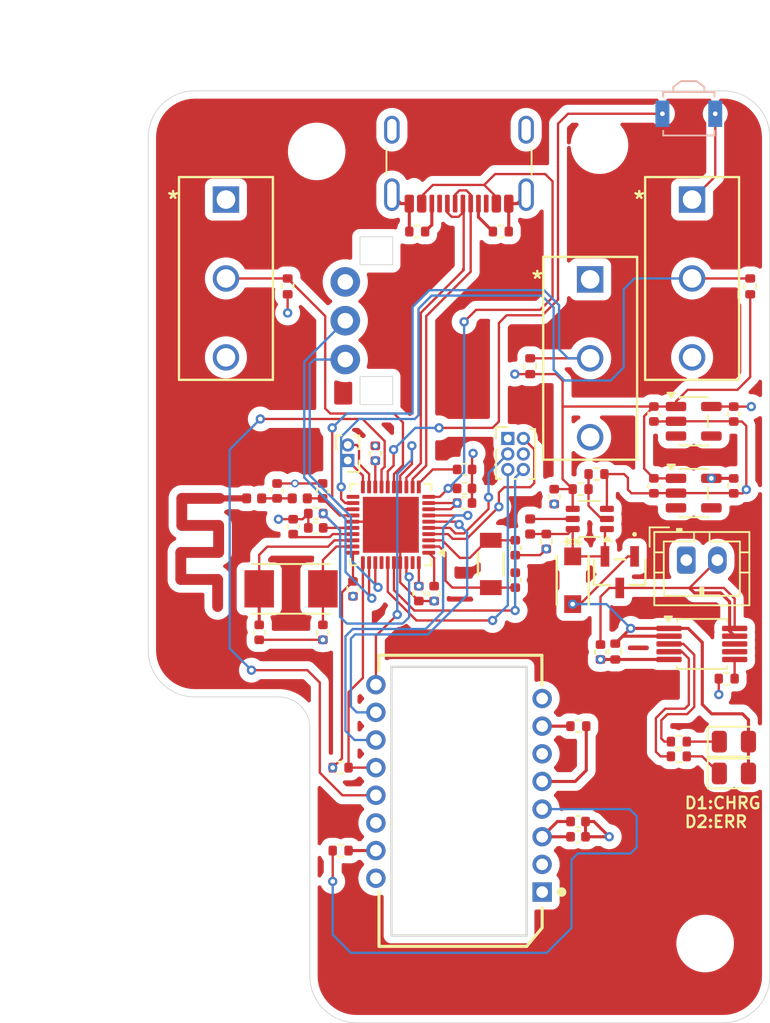
<source format=kicad_pcb>
(kicad_pcb (version 20241229) (generator "pcbnew") (generator_version "9.0")
  (layers (0 "F.Cu" signal) (4 "In1.Cu" signal) (6 "In2.Cu" signal) (2 "B.Cu" signal) (13 "F.Paste" user) (15 "B.Paste" user) (5 "F.SilkS" user "F.Silkscreen") (7 "B.SilkS" user "B.Silkscreen") (1 "F.Mask" user) (3 "B.Mask" user) (25 "Edge.Cuts" user))
  (net 0 "")
  (net 1 "B-")
  (net 2 "VDD")
  (net 3 "VBUS")
  (net 4 "Net-(U2-XL1{slash}P0.00)")
  (net 5 "Net-(U2-XL2{slash}P0.01)")
  (net 6 "Net-(U2-XC1)")
  (net 7 "Net-(U2-XC2)")
  (net 8 "ANT")
  (net 9 "Net-(C11-Pad2)")
  (net 10 "/DEC4")
  (net 11 "/DEC3")
  (net 12 "/DEC1")
  (net 13 "/DECUSB")
  (net 14 "+1V8")
  (net 15 "Net-(U4-VDDPIX)")
  (net 16 "B+")
  (net 17 "V_{OUT}")
  (net 18 "+5V")
  (net 19 "Net-(D1-K)")
  (net 20 "Net-(D2-K)")
  (net 21 "/P0.29")
  (net 22 "/P0.30")
  (net 23 "/P0.28")
  (net 24 "/D-")
  (net 25 "/D+")
  (net 26 "Net-(J1-CC1)")
  (net 27 "Net-(J1-CC2)")
  (net 28 "unconnected-(L2-Pad2)")
  (net 29 "Net-(U7-L)")
  (net 30 "/P0.18{slash}~{RESET}")
  (net 31 "/~{RESET}")
  (net 32 "/P0.08")
  (net 33 "Net-(U4-LED_P)")
  (net 34 "/P0.15")
  (net 35 "/P0.14")
  (net 36 "Net-(U1-PROG)")
  (net 37 "Net-(U1-STAT2)")
  (net 38 "Net-(U1-STAT1)")
  (net 39 "Net-(U7-FB)")
  (net 43 "/AINO{slash}P0.02")
  (net 44 "/AIN3{slash}P0.05")
  (net 45 "/P0.16")
  (net 46 "/AIN2{slash}P0.04")
  (net 47 "/P0.06")
  (net 48 "/P0.07")
  (net 49 "/SWDIO")
  (net 50 "/P0.17")
  (net 51 "/SWDCLK")
  (net 52 "/DEC5")
  (net 53 "/P0.20")
  (net 54 "/AIN1{slash}P0.03")
  (footprint "Capacitor_SMD:C_0402_1005Metric" (layer "F.Cu") (at 170.535 88.164 90)
    (property "Reference" "C2" (hide yes))
    (property "Value" "1u" (hide yes))
  )
  (footprint "Capacitor_SMD:C_0402_1005Metric" (layer "F.Cu") (at 177.715 82.639 180)
    (property "Reference" "C4" (hide yes))
    (property "Value" "100n" (hide yes))
  )
  (footprint "Footprints:MBR120VLSFT1G" (layer "F.Cu") (at 184.6758 87.6107 -90)
    (property "Reference" "CR1" (hide yes))
    (property "Value" "MBR120VLSFT1G" (hide yes))
  )
  (footprint "Capacitor_SMD:C_0402_1005Metric" (layer "F.Cu") (at 185.02 104.125 180)
    (property "Reference" "C21" (hide yes))
    (property "Value" "4.7u/10V" (hide yes))
  )
  (footprint "Capacitor_SMD:C_0402_1005Metric" (layer "F.Cu") (at 165.65 81.859 -90)
    (property "Reference" "C11" (hide yes))
    (property "Value" "1.2p" (hide yes))
  )
  (footprint "Capacitor_SMD:C_0402_1005Metric" (layer "F.Cu") (at 174.7725 88.469 90)
    (property "Reference" "C3" (hide yes))
    (property "Value" "100n" (hide yes))
  )
  (footprint "MountingHole:MountingHole_3.2mm_M3" (layer "F.Cu") (at 168.2 60)
    (property "Reference" "REF**" (hide yes))
    (property "Value" "MountingHole_3.2mm_M3" (hide yes))
  )
  (footprint "LED_SMD:LED_0805_2012Metric" (layer "F.Cu") (at 195.05 100.05)
    (property "Reference" "D2" (hide yes))
    (property "Value" "yellow" (hide yes))
  )
  (footprint "Footprints:XTAL_ABM3-32.000MHZ-D2Y-T" (layer "F.Cu") (at 166.55 88.164 180)
    (property "Reference" "Y2" (hide yes))
    (property "Value" "32M" (hide yes))
  )
  (footprint "Footprints:D2FC-F-7N" (layer "F.Cu") (at 192.36 63.1)
    (property "Reference" "SW3" (hide yes))
    (property "Value" "D2FC-F-7N20M" (hide yes))
  )
  (footprint "Capacitor_SMD:C_0402_1005Metric" (layer "F.Cu") (at 182.9758 85.114 90)
    (property "Reference" "C24" (hide yes))
    (property "Value" "10u" (hide yes))
  )
  (footprint "LED_SMD:LED_0805_2012Metric" (layer "F.Cu") (at 195.05 98)
    (property "Reference" "D1" (hide yes))
    (property "Value" "red" (hide yes))
  )
  (footprint "Resistor_SMD:R_0402_1005Metric" (layer "F.Cu") (at 185.1858 81.744)
    (property "Reference" "R13" (hide yes))
    (property "Value" "0" (hide yes))
  )
  (footprint "Capacitor_SMD:C_0402_1005Metric" (layer "F.Cu") (at 189.9 81.53 90)
    (property "Reference" "C20" (hide yes))
    (property "Value" "1u" (hide yes))
  )
  (footprint "Footprints:IRLML2244TRPBF" (layer "F.Cu") (at 187.705 87.09 180)
    (property "Reference" "U6" (hide yes))
    (property "Value" "IRLML2244TRPBF" (hide yes))
  )
  (footprint "Capacitor_SMD:C_0402_1005Metric" (layer "F.Cu") (at 166.685 84.159 -90)
    (property "Reference" "C16" (hide yes))
    (property "Value" "100p" (hide yes))
  )
  (footprint "Capacitor_SMD:C_0402_1005Metric" (layer "F.Cu") (at 177.715 81.699)
    (property "Reference" "C5" (hide yes))
    (property "Value" "4.7u" (hide yes))
  )
  (footprint "Resistor_SMD:R_0402_1005Metric" (layer "F.Cu") (at 166.33 68.69 90)
    (property "Reference" "R8" (hide yes))
    (property "Value" "10k" (hide yes))
  )
  (footprint "Resistor_SMD:R_0402_1005Metric" (layer "F.Cu") (at 196.1 68.69 90)
    (property "Reference" "R7" (hide yes))
    (property "Value" "10k" (hide yes))
  )
  (footprint "Package_TO_SOT_SMD:SOT-23-5" (layer "F.Cu") (at 192.4625 77.375)
    (property "Reference" "U3" (hide yes))
    (property "Value" "MIC5501-3.0YM5" (hide yes))
  )
  (footprint "Connector_PinHeader_1.00mm:PinHeader_2x03_P1.00mm_Vertical" (layer "F.Cu") (at 180.5 78.48)
    (property "Reference" "J5" (hide yes))
    (property "Value" "Conn_02x03_Counter_Clockwise" (hide yes))
  )
  (footprint "Capacitor_SMD:C_0402_1005Metric" (layer "F.Cu") (at 186.4658 92.2315 90)
    (property "Reference" "C23" (hide yes))
    (property "Value" "4.7u" (hide yes))
  )
  (footprint "Resistor_SMD:R_0402_1005Metric" (layer "F.Cu") (at 191.5058 98 180)
    (property "Reference" "R11" (hide yes))
    (property "Value" "510" (hide yes))
  )
  (footprint "Inductor_SMD:L_0402_1005Metric" (layer "F.Cu") (at 164.175 82.339 180)
    (property "Reference" "L2" (hide yes))
    (property "Value" "2.2n" (hide yes))
  )
  (footprint "Resistor_SMD:R_0402_1005Metric" (layer "F.Cu") (at 174.67 65.16 180)
    (property "Reference" "R2" (hide yes))
    (property "Value" "5.1k" (hide yes))
  )
  (footprint "Capacitor_SMD:C_0402_1005Metric" (layer "F.Cu") (at 180.98 85.514 90)
    (property "Reference" "C7" (hide yes))
    (property "Value" "12p" (hide yes))
  )
  (footprint "Capacitor_SMD:C_0402_1005Metric" (layer "F.Cu") (at 195.04 81.535 90)
    (property "Reference" "C19" (hide yes))
    (property "Value" "1u" (hide yes))
  )
  (footprint "Resistor_SMD:R_0402_1005Metric" (layer "F.Cu") (at 169.74 99.674)
    (property "Reference" "R5" (hide yes))
    (property "Value" "10k" (hide yes))
  )
  (footprint "Capacitor_SMD:C_0402_1005Metric" (layer "F.Cu") (at 168.58 81.859 -90)
    (property "Reference" "C10" (hide yes))
    (property "Value" "1p" (hide yes))
  )
  (footprint "Capacitor_SMD:C_0402_1005Metric" (layer "F.Cu") (at 189.9 76.905 90)
    (property "Reference" "C12" (hide yes))
    (property "Value" "1u" (hide yes))
  )
  (footprint "Capacitor_SMD:C_0402_1005Metric" (layer "F.Cu") (at 168.14 83.314)
    (property "Reference" "C14" (hide yes))
    (property "Value" "1u" (hide yes))
  )
  (footprint "Package_TO_SOT_SMD:SOT-23-5" (layer "F.Cu") (at 192.4625 82)
    (property "Reference" "U5" (hide yes))
    (property "Value" "MIC5504-1.8YM5" (hide yes))
  )
  (footprint "Resistor_SMD:R_0402_1005Metric" (layer "F.Cu") (at 181.94 73.83 90)
    (property "Reference" "R15" (hide yes))
    (property "Value" "10k" (hide yes))
  )
  (footprint "Capacitor_SMD:C_0402_1005Metric" (layer "F.Cu") (at 175.76 88.469 90)
    (property "Reference" "C17" (hide yes))
    (property "Value" "100n" (hide yes))
  )
  (footprint "Connector_PinHeader_1.00mm:PinHeader_1x02_P1.00mm_Vertical" (layer "F.Cu") (at 170.2 79.9 180)
    (property "Reference" "J3" (hide yes))
    (property "Value" "Conn_01x02_Pin" (hide yes))
  )
  (footprint "Footprints:TTC_Gold" (layer "F.Cu") (at 170.98875 70.9)
    (property "Reference" "E1" (hide yes))
    (property "Value" "~" (hide yes))
    (fp_rect (start 0 -5.4) (end 2.1 -3.6) (stroke (width 0.05)) (fill no) (layer "Edge.Cuts"))
    (fp_rect (start 0 3.6) (end 2.1 5.4) (stroke (width 0.05)) (fill no) (layer "Edge.Cuts"))
  )
  (footprint "MountingHole:MountingHole_3.2mm_M3" (layer "F.Cu") (at 193.2 111)
    (property "Reference" "REF**" (hide yes))
    (property "Value" "MountingHole_3.2mm_M3" (hide yes))
  )
  (footprint "Capacitor_SMD:C_0402_1005Metric" (layer "F.Cu") (at 195.04 76.91 90)
    (property "Reference" "C13" (hide yes))
    (property "Value" "1u" (hide yes))
  )
  (footprint "Inductor_SMD:L_0402_1005Metric" (layer "F.Cu") (at 181.9358 84.149 90)
    (property "Reference" "L3" (hide yes))
    (property "Value" "4.7u" (hide yes))
  )
  (footprint "kikit:Board" (layer "F.Cu") (at 157.36 56.1)
    (property "Reference" "B1")
    (property "Value" "Board")
  )
  (footprint "Inductor_SMD:L_0402_1005Metric" (layer "F.Cu") (at 167.11 82.339 180)
    (property "Reference" "L1" (hide yes))
    (property "Value" "4.7n" (hide yes))
  )
  (footprint "Resistor_SMD:R_0402_1005Metric" (layer "F.Cu") (at 191.5058 98.95 180)
    (property "Reference" "R10" (hide yes))
    (property "Value" "510" (hide yes))
  )
  (footprint "Capacitor_SMD:C_0402_1005Metric" (layer "F.Cu") (at 185.02 103.144 180)
    (property "Reference" "C22" (hide yes))
    (property "Value" "100n" (hide yes))
  )
  (footprint "Capacitor_SMD:C_0402_1005Metric" (layer "F.Cu") (at 168.14 84.239)
    (property "Reference" "C15" (hide yes))
    (property "Value" "NC" (hide yes))
  )
  (footprint "Footprints:PMW3360DM-T2QU" (layer "F.Cu") (at 177.36 101.517 90)
    (property "Reference" "U4" (hide yes))
    (property "Value" "PMW3360DM-T2QU" (hide yes))
    (fp_rect (start -8.968 4.35) (end 8.332 -4.35) (stroke (width 0.15)) (fill no) (layer "Edge.Cuts"))
  )
  (footprint "Capacitor_SMD:C_0402_1005Metric" (layer "F.Cu") (at 171.9725 79.434 -90)
    (property "Reference" "C1" (hide yes))
    (property "Value" "4.7u" (hide yes))
  )
  (footprint "Package_DFN_QFN:QFN-40-1EP_5x5mm_P0.4mm_EP3.6x3.6mm" (layer "F.Cu") (at 172.9725 84.039 180)
    (property "Reference" "U2" (hide yes))
    (property "Value" "nRF52820-QDxx" (hide yes))
  )
  (footprint "Resistor_SMD:R_0402_1005Metric" (layer "F.Cu") (at 194.5858 93.944 180)
    (property "Reference" "R9" (hide yes))
    (property "Value" "4k" (hide yes))
  )
  (footprint "Capacitor_SMD:C_0402_1005Metric" (layer "F.Cu") (at 183.4858 82.224 90)
    (property "Reference" "C25" (hide yes))
    (property "Value" "10u" (hide yes))
  )
  (footprint "Capacitor_SMD:C_0402_1005Metric" (layer "F.Cu") (at 168.6 90.964 -90)
    (property "Reference" "C9" (hide yes))
    (property "Value" "12p" (hide yes))
  )
  (footprint "Footprints:CAP_ABS07-32.768KHZ-T_ABR" (layer "F.Cu") (at 179.405 86.562001 -90)
    (property "Reference" "Y1" (hide yes))
    (property "Value" "32.768k" (hide yes))
  )
  (footprint "Connector_JST:JST_PH_B2B-PH-K_1x02_P2.00mm_Vertical" (layer "F.Cu") (at 191.9858 86.314)
    (property "Reference" "J2" (hide yes))
    (property "Value" "Conn_01x02_Pin" (hide yes))
  )
  (footprint "Capacitor_SMD:C_0402_1005Metric" (layer "F.Cu") (at 164.5 90.964 -90)
    (property "Reference" "C8" (hide yes))
    (property "Value" "12p" (hide yes))
  )
  (footprint "Capacitor_SMD:C_0402_1005Metric" (layer "F.Cu") (at 180.98 87.605002 -90)
    (property "Reference" "C6" (hide yes))
    (property "Value" "12p" (hide yes))
  )
  (footprint "Footprints:D2FC-F-7N" (layer "F.Cu") (at 185.8 68.24)
    (property "Reference" "SW4" (hide yes))
    (property "Value" "D2FC-F-7N20M" (hide yes))
  )
  (footprint "Package_TO_SOT_SMD:Texas_R-PDSO-G6" (layer "F.Cu") (at 185.7758 83.664 180)
    (property "Reference" "U7" (hide yes))
    (property "Value" "TPS61222DCK" (hide yes))
  )
  (footprint "MountingHole:MountingHole_3.2mm_M3" (layer "F.Cu") (at 186.4 59.6)
    (property "Reference" "REF**" (hide yes))
    (property "Value" "MountingHole_3.2mm_M3" (hide yes))
  )
  (footprint "Resistor_SMD:R_0402_1005Metric" (layer "F.Cu") (at 169.74 105.015)
    (property "Reference" "R6" (hide yes))
    (property "Value" "39" (hide yes))
  )
  (footprint "Capacitor_SMD:C_0402_1005Metric" (layer "F.Cu") (at 177.72 80.475 180)
    (property "Reference" "C18" (hide yes))
    (property "Value" "4.7u" (hide yes))
  )
  (footprint "Connector_USB:USB_C_Receptacle_GCT_USB4105-xx-A_16P_TopMnt_Horizontal" (layer "F.Cu") (at 177.36 59.68 180)
    (property "Reference" "J1" (hide yes))
    (property "Value" "USB_C_Receptacle_USB2.0_16P" (hide yes))
  )
  (footprint "Resistor_SMD:R_0402_1005Metric" (layer "F.Cu") (at 187.4158 92.2015 90)
    (property "Reference" "R12" (hide yes))
    (property "Value" "100k" (hide yes))
  )
  (footprint "Footprints:D2FC-F-7N" (layer "F.Cu") (at 162.36 63.1)
    (property "Reference" "SW2" (hide yes))
    (property "Value" "D2FC-F-7N20M" (hide yes))
  )
  (footprint "Resistor_SMD:R_0402_1005Metric" (layer "F.Cu") (at 186.2058 80.774)
    (property "Reference" "R14" (hide yes))
    (property "Value" "0" (hide yes))
  )
  (footprint "Package_SO:MSOP-10_3x3mm_P0.5mm" (layer "F.Cu") (at 192.9883 91.7115)
    (property "Reference" "U1" (hide yes))
    (property "Value" "MCP73833-xxx-UN" (hide yes))
  )
  (footprint "LOGO" (layer "F.Cu") (at 186.6 110 90)
    (property "Reference" "G***" (hide yes))
    (property "Value" "LOGO" (hide yes))
  )
  (footprint "Resistor_SMD:R_0402_1005Metric" (layer "F.Cu") (at 180.05 65.16)
    (property "Reference" "R1" (hide yes))
    (property "Value" "5.1k" (hide yes))
  )
  (footprint "Resistor_SMD:R_0402_1005Metric" (layer "F.Cu") (at 185.04 97.004)
    (property "Reference" "R4" (hide yes))
    (property "Value" "10k" (hide yes))
  )
  (footprint "Button_Switch_SMD:SW_SPST_B3U-3000P" (layer "B.Cu") (at 192.15 57.575 180)
    (property "Reference" "SW6" (hide yes))
    (property "Value" "SW_Push" (hide yes))
  )
  (gr_arc (start 170.76 116.1) (mid 168.63868 115.22132) (end 167.76 113.1) (stroke (width 0.05)) (layer "Edge.Cuts"))
  (gr_line (start 167.76 113.1) (end 167.76 97.12) (stroke (width 0.05)) (layer "Edge.Cuts"))
  (gr_line (start 170.76 116.1) (end 194.36 116.1) (stroke (width 0.05)) (layer "Edge.Cuts"))
  (gr_arc (start 194.36 56.1) (mid 196.48132 56.97868) (end 197.36 59.1) (stroke (width 0.05)) (layer "Edge.Cuts"))
  (gr_arc (start 165.76 95.12) (mid 167.174214 95.705786) (end 167.76 97.12) (stroke (width 0.05)) (layer "Edge.Cuts"))
  (gr_line (start 197.36 113.1) (end 197.36 59.1) (stroke (width 0.05)) (layer "Edge.Cuts"))
  (gr_arc (start 160.36 95.12) (mid 158.23868 94.24132) (end 157.36 92.12) (stroke (width 0.05)) (layer "Edge.Cuts"))
  (gr_line (start 160.36 95.12) (end 165.76 95.12) (stroke (width 0.05)) (layer "Edge.Cuts"))
  (gr_line (start 157.36 92.12) (end 157.36 59.1) (stroke (width 0.05)) (layer "Edge.Cuts"))
  (gr_arc (start 157.36 59.1) (mid 158.23868 56.97868) (end 160.36 56.1) (stroke (width 0.05)) (layer "Edge.Cuts"))
  (gr_line (start 160.36 56.1) (end 194.36 56.1) (stroke (width 0.05)) (layer "Edge.Cuts"))
  (gr_arc (start 197.36 113.1) (mid 196.48132 115.22132) (end 194.36 116.1) (stroke (width 0.05)) (layer "Edge.Cuts"))
  (gr_text "D1:CHRG\nD2:ERR" (at 191.8 103.6 0) (layer "F.SilkS") (effects (font (size 0.75 0.75) (thickness 0.15) (bold yes)) (justify left bottom)))
  (segment (start 165.65 81.379) (end 166.8 81.379) (width 0.15) (layer "F.Cu") (net 1))
  (segment (start 172.7725 83.839) (end 172.9725 84.039) (width 0.15) (layer "F.Cu") (net 1))
  (segment (start 164.5 91.444) (end 168.6 91.444) (width 0.15) (layer "F.Cu") (net 1))
  (segment (start 174.7725 88.949) (end 175.76 88.949) (width 0.15) (layer "F.Cu") (net 1))
  (segment (start 165.741 83.679) (end 165.74 83.68) (width 0.15) (layer "F.Cu") (net 1))
  (segment (start 185.5 103.144) (end 186.044 103.144) (width 0.2) (layer "F.Cu") (net 1))
  (segment (start 166.8 81.379) (end 168.58 81.379) (width 0.15) (layer "F.Cu") (net 1))
  (segment (start 191.325 82) (end 189.91 82) (width 0.15) (layer "F.Cu") (net 1))
  (segment (start 189.9 77.385) (end 191.315 77.385) (width 0.15) (layer "F.Cu") (net 1))
  (segment (start 180.56 63.36) (end 181.105 63.36) (width 0.2) (layer "F.Cu") (net 1))
  (segment (start 186.8758 80.934) (end 186.7158 80.774) (width 0.15) (layer "F.Cu") (net 1))
  (segment (start 174.16 63.36) (end 173.615 63.36) (width 0.2) (layer "F.Cu") (net 1))
  (segment (start 182.5758 85.994) (end 182.9758 85.594) (width 0.15) (layer "F.Cu") (net 1))
  (segment (start 195.85 81.775) (end 195.61 82.015) (width 0.15) (layer "F.Cu") (net 1))
  (segment (start 186.4658 92.7115) (end 187.4158 92.7115) (width 0.2) (layer "F.Cu") (net 1))
  (segment (start 173.615 63.36) (end 173.04 62.785) (width 0.2) (layer "F.Cu") (net 1))
  (segment (start 193.85 61.61) (end 192.36 63.1) (width 0.15) (layer "F.Cu") (net 1))
  (segment (start 178.26 82.704) (end 178.195 82.639) (width 0.15) (layer "F.Cu") (net 1))
  (segment (start 168.0005 81.379) (end 168 81.3785) (width 0.15) (layer "F.Cu") (net 1))
  (segment (start 195.04 77.39) (end 195.565 77.39) (width 0.15) (layer "F.Cu") (net 1))
  (segment (start 178.195 80.48) (end 178.2 80.475) (width 0.15) (layer "F.Cu") (net 1))
  (segment (start 180.56 63.36) (end 180.56 65.16) (width 0.2) (layer "F.Cu") (net 1))
  (segment (start 185.5 104.125) (end 187.025 104.125) (width 0.2) (layer "F.Cu") (net 1))
  (segment (start 189.91 82) (end 189.9 82.01) (width 0.15) (layer "F.Cu") (net 1))
  (segment (start 173.5725 86.4765) (end 173.5725 84.639) (width 0.15) (layer "F.Cu") (net 1))
  (segment (start 173.5725 87.749) (end 174.7725 88.949) (width 0.15) (layer "F.Cu") (net 1))
  (segment (start 167.66 83.314) (end 167.66 84.239) (width 0.15) (layer "F.Cu") (net 1))
  (segment (start 191.325 82) (end 195.025 82) (width 0.15) (layer "F.Cu") (net 1))
  (segment (start 167.295 83.679) (end 167.66 83.314) (width 0.15) (layer "F.Cu") (net 1))
  (segment (start 174.16 63.36) (end 174.16 65.16) (width 0.2) (layer "F.Cu") (net 1))
  (segment (start 195.85 77.675) (end 195.85 81.775) (width 0.15) (layer "F.Cu") (net 1))
  (segment (start 188.23 81.02) (end 188.23 81.78) (width 0.15) (layer "F.Cu") (net 1))
  (segment (start 194.0758 94.9658) (end 194.08 94.97) (width 0.15) (layer "F.Cu") (net 1))
  (segment (start 194.0758 93.944) (end 194.0758 94.9658) (width 0.15) (layer "F.Cu") (net 1))
  (segment (start 191.325 77.375) (end 195.025 77.375) (width 0.15) (layer "F.Cu") (net 1))
  (segment (start 173.5725 86.4765) (end 173.5725 87.749) (width 0.15) (layer "F.Cu") (net 1))
  (segment (start 187.4158 92.7115) (end 190.8758 92.7115) (width 0.2) (layer "F.Cu") (net 1))
  (segment (start 186.7158 80.774) (end 187.984 80.774) (width 0.15) (layer "F.Cu") (net 1))
  (segment (start 178.2 79.505) (end 178.265 79.44) (width 0.15) (layer "F.Cu") (net 1))
  (segment (start 166.685 83.679) (end 165.741 83.679) (width 0.15) (layer "F.Cu") (net 1))
  (segment (start 170.535 83.839) (end 172.7725 83.839) (width 0.15) (layer "F.Cu") (net 1))
  (segment (start 173.5725 84.639) (end 172.9725 84.039) (width 0.15) (layer "F.Cu") (net 1))
  (segment (start 178.2 80.475) (end 178.2 79.505) (width 0.15) (layer "F.Cu") (net 1))
  (segment (start 180.98 85.994) (end 182.5758 85.994) (width 0.15) (layer "F.Cu") (net 1))
  (segment (start 185.5 103.144) (end 185.5 104.125) (width 0.2) (layer "F.Cu") (net 1))
  (segment (start 195.025 77.375) (end 195.04 77.39) (width 0.15) (layer "F.Cu") (net 1))
  (segment (start 188.46 82.01) (end 189.9 82.01) (width 0.15) (layer "F.Cu") (net 1))
  (segment (start 186.8758 83.014) (end 186.8758 80.934) (width 0.15) (layer "F.Cu") (net 1))
  (segment (start 178.195 82.639) (end 178.195 80.48) (width 0.15) (layer "F.Cu") (net 1))
  (segment (start 195.025 82) (end 195.04 82.015) (width 0.15) (layer "F.Cu") (net 1))
  (segment (start 195.565 77.39) (end 195.85 77.675) (width 0.15) (layer "F.Cu") (net 1))
  (segment (start 191.315 77.385) (end 191.325 77.375) (width 0.15) (layer "F.Cu") (net 1))
  (segment (start 180.98 85.994) (end 180.98 87.125002) (width 0.15) (layer "F.Cu") (net 1))
  (segment (start 188.23 81.78) (end 188.46 82.01) (width 0.15) (layer "F.Cu") (net 1))
  (segment (start 193.85 57.575) (end 193.85 61.61) (width 0.15) (layer "F.Cu") (net 1))
  (segment (start 181.105 63.36) (end 181.68 62.785) (width 0.2) (layer "F.Cu") (net 1))
  (segment (start 166.685 83.679) (end 167.295 83.679) (width 0.15) (layer "F.Cu") (net 1))
  (segment (start 195.61 82.015) (end 195.04 82.015) (width 0.15) (layer "F.Cu") (net 1))
  (segment (start 187.984 80.774) (end 188.23 81.02) (width 0.15) (layer "F.Cu") (net 1))
  (segment (start 186.044 103.144) (end 187.025 104.125) (width 0.2) (layer "F.Cu") (net 1))
  (via (at 168.6 91.444) (size 0.6) (drill 0.3) (layers "F.Cu" "B.Cu") (net 1))
  (via (at 183.4858 82.704) (size 0.6) (drill 0.3) (layers "F.Cu" "B.Cu") (net 1))
  (via (at 178.265 79.44) (size 0.6) (drill 0.3) (layers "F.Cu" "B.Cu") (net 1))
  (via (at 187.025 104.125) (size 0.6) (drill 0.3) (layers "F.Cu" "B.Cu") (net 1))
  (via (at 186.4658 92.7115) (size 0.6) (drill 0.3) (layers "F.Cu" "B.Cu") (net 1))
  (via (at 182.9758 85.594) (size 0.6) (drill 0.3) (layers "F.Cu" "B.Cu") (net 1))
  (via (at 166.8 81.379) (size 0.5) (drill 0.3) (layers "F.Cu" "B.Cu") (net 1))
  (via (at 195.85 81.775) (size 0.6) (drill 0.3) (layers "F.Cu" "B.Cu") (net 1))
  (via (at 165.74 83.68) (size 0.6) (drill 0.3) (layers "F.Cu" "B.Cu") (net 1))
  (via (at 194.08 94.97) (size 0.6) (drill 0.3) (layers "F.Cu" "B.Cu") (net 1))
  (via (at 171.9725 78.954) (size 0.5) (drill 0.3) (layers "F.Cu" "B.Cu") (net 1))
  (via (at 175.76 88.949) (size 0.6) (drill 0.3) (layers "F.Cu" "B.Cu") (net 1))
  (via (at 193.85 57.575) (size 0.6) (drill 0.3) (layers "F.Cu" "B.Cu") (net 1))
  (via (at 170.535 88.644) (size 0.6) (drill 0.3) (layers "F.Cu" "B.Cu") (net 1))
  (segment (start 184.835 100.565) (end 182.71 100.565) (width 0.2) (layer "F.Cu") (net 2))
  (segment (start 169.826 88.393) (end 170.535 87.684) (width 0.15) (layer "F.Cu") (net 2))
  (segment (start 169.826 99.078) (end 169.826 88.393) (width 0.15) (layer "F.Cu") (net 2))
  (segment (start 193.6 76.425) (end 195.035 76.425) (width 0.15) (layer "F.Cu") (net 2))
  (segment (start 195.035 76.425) (end 195.04 76.43) (width 0.15) (layer "F.Cu") (net 2))
  (segment (start 175.41 82.639) (end 177.235 82.639) (width 0.15) (layer "F.Cu") (net 2))
  (segment (start 195.04 76.43) (end 196.17 76.43) (width 0.15) (layer "F.Cu") (net 2))
  (segment (start 174.7725 86.4765) (end 174.7725 87.989) (width 0.15) (layer "F.Cu") (net 2))
  (segment (start 185.55 97.004) (end 185.55 99.85) (width 0.2) (layer "F.Cu") (net 2))
  (segment (start 170.535 85.839) (end 170.535 87.684) (width 0.15) (layer "F.Cu") (net 2))
  (segment (start 169.23 99.674) (end 169.826 99.078) (width 0.15) (layer "F.Cu") (net 2))
  (segment (start 171.9725 79.914) (end 171.9725 81.6015) (width 0.15) (layer "F.Cu") (net 2))
  (segment (start 175.41 83.039) (end 176.835 83.039) (width 0.15) (layer "F.Cu") (net 2))
  (segment (start 185.55 99.85) (end 184.835 100.565) (width 0.2) (layer "F.Cu") (net 2))
  (segment (start 176.835 83.039) (end 177.235 82.639) (width 0.15) (layer "F.Cu") (net 2))
  (via (at 196.17 76.43) (size 0.6) (drill 0.3) (layers "F.Cu" "B.Cu") (net 2))
  (via (at 171.9725 79.914) (size 0.6) (drill 0.3) (layers "F.Cu" "B.Cu") (net 2))
  (via (at 177.235 82.639) (size 0.6) (drill 0.3) (layers "F.Cu" "B.Cu") (net 2))
  (via (at 169.23 99.674) (size 0.6) (drill 0.3) (layers "F.Cu" "B.Cu") (net 2))
  (via (at 174.7725 87.989) (size 0.6) (drill 0.3) (layers "F.Cu" "B.Cu") (net 2))
  (segment (start 178.46 70.2) (end 182.58 70.2) (width 0.15) (layer "F.Cu") (net 3))
  (segment (start 187.4158 91.6915) (end 187.8958 91.2115) (width 0.2) (layer "F.Cu") (net 3))
  (segment (start 193.015 95.605) (end 193.62 96.21) (width 0.2) (layer "F.Cu") (net 3))
  (segment (start 188.2281 86.074) (end 185.1547 89.1474) (width 0.15) (layer "F.Cu") (net 3))
  (segment (start 195.9875 96.5975) (end 195.9875 98) (width 0.2) (layer "F.Cu") (net 3))
  (segment (start 179.680468 61.459) (end 178.981468 62.158) (width 0.15) (layer "F.Cu") (net 3))
  (segment (start 175.682 62.158) (end 178.981468 62.158) (width 0.15) (layer "F.Cu") (net 3))
  (segment (start 195.9875 98) (end 195.9875 100.05) (width 0.2) (layer "F.Cu") (net 3))
  (segment (start 193.62 96.21) (end 195.6 96.21) (width 0.2) (layer "F.Cu") (net 3))
  (segment (start 192.1115 90.7115) (end 193.015 91.615) (width 0.2) (layer "F.Cu") (net 3))
  (segment (start 177.69 70.97) (end 178.46 70.2) (width 0.15) (layer "F.Cu") (net 3))
  (segment (start 179.76 62.936532) (end 179.76 63.36) (width 0.15) (layer "F.Cu") (net 3))
  (segment (start 193.015 91.615) (end 193.015 95.605) (width 0.2) (layer "F.Cu") (net 3))
  (segment (start 188.6575 86.074) (end 188.2281 86.074) (width 0.15) (layer "F.Cu") (net 3))
  (segment (start 182.909 61.459) (end 179.680468 61.459) (width 0.15) (layer "F.Cu") (net 3))
  (segment (start 175.41 82.239) (end 176.121 82.239) (width 0.15) (layer "F.Cu") (net 3))
  (segment (start 178.981468 62.158) (end 179.76 62.936532) (width 0.15) (layer "F.Cu") (net 3))
  (segment (start 183.38 69.4) (end 183.38 61.93) (width 0.15) (layer "F.Cu") (net 3))
  (segment (start 193.015 91.615) (end 192.955 91.555) (width 0.2) (layer "F.Cu") (net 3))
  (segment (start 177.235 81.699) (end 176.661 81.699) (width 0.15) (layer "F.Cu") (net 3))
  (segment (start 183.38 61.93) (end 182.909 61.459) (width 0.15) (layer "F.Cu") (net 3))
  (segment (start 182.58 70.2) (end 183.38 69.4) (width 0.15) (layer "F.Cu") (net 3))
  (segment (start 190.8758 90.7115) (end 188.41 90.7115) (width 0.2) (layer "F.Cu") (net 3))
  (segment (start 176.121 82.239) (end 176.661 81.699) (width 0.15) (layer "F.Cu") (net 3))
  (segment (start 174.96 62.88) (end 175.682 62.158) (width 0.15) (layer "F.Cu") (net 3))
  (segment (start 188.41 90.7115) (end 188.3958 90.7115) (width 0.2) (layer "F.Cu") (net 3))
  (segment (start 190.8758 90.7115) (end 192.1115 90.7115) (width 0.2) (layer "F.Cu") (net 3))
  (segment (start 185.1547 89.1474) (end 184.6758 89.1474) (width 0.15) (layer "F.Cu") (net 3))
  (segment (start 187.8958 91.2115) (end 190.8758 91.2115) (width 0.2) (layer "F.Cu") (net 3))
  (segment (start 195.6 96.21) (end 195.9875 96.5975) (width 0.2) (layer "F.Cu") (net 3))
  (segment (start 174.96 63.36) (end 174.96 62.88) (width 0.15) (layer "F.Cu") (net 3))
  (segment (start 188.3958 90.7115) (end 187.8958 91.2115) (width 0.2) (layer "F.Cu") (net 3))
  (via (at 184.6758 89.1474) (size 0.6) (drill 0.3) (layers "F.Cu" "B.Cu") (net 3))
  (via (at 188.41 90.7115) (size 0.6) (drill 0.3) (layers "F.Cu" "B.Cu") (net 3))
  (via (at 176.661 81.699) (size 0.6) (drill 0.3) (layers "F.Cu" "B.Cu") (net 3))
  (via (at 177.69 70.97) (size 0.6) (drill 0.3) (layers "F.Cu" "B.Cu") (net 3))
  (segment (start 177.69 80.67) (end 176.661 81.699) (width 0.15) (layer "B.Cu") (net 3))
  (segment (start 177.69 70.97) (end 177.69 80.67) (width 0.15) (layer "B.Cu") (net 3))
  (segment (start 186.8459 89.1474) (end 188.41 90.7115) (width 0.15) (layer "B.Cu") (net 3))
  (segment (start 184.6758 89.1474) (end 186.8459 89.1474) (width 0.15) (layer "B.Cu") (net 3))
  (segment (start 180.98 88.085002) (end 179.405 88.085002) (width 0.15) (layer "F.Cu") (net 4))
  (segment (start 176.49 85.84) (end 176.49 87.64) (width 0.15) (layer "F.Cu") (net 4))
  (segment (start 176.935002 88.085002) (end 179.405 88.085002) (width 0.15) (layer "F.Cu") (net 4))
  (segment (start 176.49 87.64) (end 176.935002 88.085002) (width 0.15) (layer "F.Cu") (net 4))
  (segment (start 176.089 85.439) (end 176.49 85.84) (width 0.15) (layer "F.Cu") (net 4))
  (segment (start 175.41 85.439) (end 176.089 85.439) (width 0.15) (layer "F.Cu") (net 4))
  (segment (start 179.18322 85.039) (end 179.405 85.039) (width 0.15) (layer "F.Cu") (net 5))
  (segment (start 176.279 85.039) (end 177.41 86.17) (width 0.15) (layer "F.Cu") (net 5))
  (segment (start 180.005 85.039) (end 180.01 85.034) (width 0.15) (layer "F.Cu") (net 5))
  (segment (start 177.41 86.17) (end 178.05222 86.17) (width 0.15) (layer "F.Cu") (net 5))
  (segment (start 175.41 85.039) (end 176.279 85.039) (width 0.15) (layer "F.Cu") (net 5))
  (segment (start 180.975 85.039) (end 180.98 85.034) (width 0.15) (layer "F.Cu") (net 5))
  (segment (start 178.05222 86.17) (end 179.18322 85.039) (width 0.15) (layer "F.Cu") (net 5))
  (segment (start 179.405 85.039) (end 180.975 85.039) (width 0.15) (layer "F.Cu") (net 5))
  (segment (start 165.02 85.45) (end 168.93 85.45) (width 0.15) (layer "F.Cu") (net 6))
  (segment (start 164.5 88.164) (end 164.5 85.97) (width 0.15) (layer "F.Cu") (net 6))
  (segment (start 164.5 90.484) (end 164.5 88.164) (width 0.2) (layer "F.Cu") (net 6))
  (segment (start 164.5 85.97) (end 165.02 85.45) (width 0.15) (layer "F.Cu") (net 6))
  (segment (start 168.93 85.45) (end 169.341 85.039) (width 0.15) (layer "F.Cu") (net 6))
  (segment (start 169.341 85.039) (end 170.535 85.039) (width 0.15) (layer "F.Cu") (net 6))
  (segment (start 168.6 86.31) (end 169.471 85.439) (width 0.15) (layer "F.Cu") (net 7))
  (segment (start 168.6 88.164) (end 168.6 90.484) (width 0.15) (layer "F.Cu") (net 7))
  (segment (start 169.471 85.439) (end 170.535 85.439) (width 0.15) (layer "F.Cu") (net 7))
  (segment (start 168.6 88.164) (end 168.6 86.31) (width 0.15) (layer "F.Cu") (net 7))
  (segment (start 168.58 82.339) (end 167.595 82.339) (width 0.15) (layer "F.Cu") (net 8))
  (segment (start 169.68 83.439) (end 170.535 83.439) (width 0.15) (layer "F.Cu") (net 8))
  (segment (start 168.58 82.339) (end 169.68 83.439) (width 0.15) (layer "F.Cu") (net 8))
  (segment (start 164.66 82.339) (end 166.625 82.339) (width 0.15) (layer "F.Cu") (net 9))
  (segment (start 168.62 84.239) (end 170.535 84.239) (width 0.15) (layer "F.Cu") (net 10))
  (segment (start 169.545 84.239) (end 170.535 84.239) (width 0.15) (layer "F.Cu") (net 10))
  (segment (start 173.9725 87.220025) (end 174.1475 87.395025) (width 0.15) (layer "F.Cu") (net 10))
  (segment (start 168.62 83.314) (end 169.545 84.239) (width 0.15) (layer "F.Cu") (net 10))
  (segment (start 173.9725 86.4765) (end 173.9725 87.220025) (width 0.15) (layer "F.Cu") (net 10))
  (via (at 168.62 83.314) (size 0.6) (drill 0.3) (layers "F.Cu" "B.Cu") (net 10))
  (via (at 174.1475 87.395025) (size 0.6) (drill 0.3) (layers "F.Cu" "B.Cu") (net 10))
  (segment (start 169.706 84.4) (end 168.62 83.314) (width 0.15) (layer "B.Cu") (net 10))
  (segment (start 173.742 90.398) (end 170.138 90.398) (width 0.15) (layer "B.Cu") (net 10))
  (segment (start 174.1475 87.395025) (end 174.1475 89.9925) (width 0.15) (layer "B.Cu") (net 10))
  (segment (start 174.1475 89.9925) (end 173.742 90.398) (width 0.15) (layer "B.Cu") (net 10))
  (segment (start 169.706 89.966) (end 169.706 84.4) (width 0.15) (layer "B.Cu") (net 10))
  (segment (start 170.138 90.398) (end 169.706 89.966) (width 0.15) (layer "B.Cu") (net 10))
  (segment (start 166.685 84.639) (end 166.880556 84.834556) (width 0.15) (layer "F.Cu") (net 11))
  (segment (start 166.880556 84.834556) (end 169.035444 84.834556) (width 0.15) (layer "F.Cu") (net 11))
  (segment (start 169.035444 84.834556) (end 169.231 84.639) (width 0.15) (layer "F.Cu") (net 11))
  (segment (start 169.231 84.639) (end 170.535 84.639) (width 0.15) (layer "F.Cu") (net 11))
  (segment (start 175.76 87.989) (end 175.76 86.189) (width 0.15) (layer "F.Cu") (net 12))
  (segment (start 175.76 86.189) (end 175.41 85.839) (width 0.15) (layer "F.Cu") (net 12))
  (segment (start 174.7725 81.6015) (end 174.7725 81.3775) (width 0.15) (layer "F.Cu") (net 13))
  (segment (start 175.675 80.475) (end 177.24 80.475) (width 0.15) (layer "F.Cu") (net 13))
  (segment (start 174.7725 81.3775) (end 175.675 80.475) (width 0.15) (layer "F.Cu") (net 13))
  (segment (start 169.23 105.015) (end 169.23 107) (width 0.15) (layer "F.Cu") (net 14))
  (segment (start 193.6 81.05) (end 195.035 81.05) (width 0.2) (layer "F.Cu") (net 14))
  (segment (start 195.035 81.05) (end 195.04 81.055) (width 0.2) (layer "F.Cu") (net 14))
  (via (at 193.6 81.05) (size 0.6) (drill 0.3) (layers "F.Cu" "B.Cu") (net 14))
  (via (at 169.23 107) (size 0.6) (drill 0.3) (layers "F.Cu" "B.Cu") (net 14))
  (segment (start 169.23 107) (end 169.23 110.43) (width 0.15) (layer "B.Cu") (net 14))
  (segment (start 188.8 102.8) (end 188.345 102.345) (width 0.15) (layer "B.Cu") (net 14))
  (segment (start 170.4 111.6) (end 183 111.6) (width 0.15) (layer "B.Cu") (net 14))
  (segment (start 188.8 104.8) (end 188.8 102.8) (width 0.15) (layer "B.Cu") (net 14))
  (segment (start 188.345 102.345) (end 182.71 102.345) (width 0.15) (layer "B.Cu") (net 14))
  (segment (start 183 111.6) (end 184.6 110) (width 0.15) (layer "B.Cu") (net 14))
  (segment (start 188.4 105.2) (end 188.8 104.8) (width 0.15) (layer "B.Cu") (net 14))
  (segment (start 184.6 105.6) (end 185 105.2) (width 0.15) (layer "B.Cu") (net 14))
  (segment (start 184.6 110) (end 184.6 105.6) (width 0.15) (layer "B.Cu") (net 14))
  (segment (start 185 105.2) (end 188.4 105.2) (width 0.15) (layer "B.Cu") (net 14))
  (segment (start 169.23 110.43) (end 170.4 111.6) (width 0.15) (layer "B.Cu") (net 14))
  (segment (start 183.691 103.144) (end 184.54 103.144) (width 0.2) (layer "F.Cu") (net 15))
  (segment (start 182.71 104.125) (end 183.691 103.144) (width 0.2) (layer "F.Cu") (net 15))
  (segment (start 182.71 104.125) (end 184.54 104.125) (width 0.2) (layer "F.Cu") (net 15))
  (segment (start 194.775 90.8857) (end 194.775 89) (width 0.2) (layer "F.Cu") (net 16))
  (segment (start 195.1008 91.2115) (end 194.775 90.8857) (width 0.2) (layer "F.Cu") (net 16))
  (segment (start 187.034 88.106) (end 186.4658 88.6742) (width 0.15) (layer "F.Cu") (net 16))
  (segment (start 192.1938 88.106) (end 194.406 88.106) (width 0.15) (layer "F.Cu") (net 16))
  (segment (start 194.406 88.106) (end 195.1008 88.8008) (width 0.15) (layer "F.Cu") (net 16))
  (segment (start 195.1008 88.8008) (end 195.1008 90.7115) (width 0.15) (layer "F.Cu") (net 16))
  (segment (start 187.705 88.106) (end 187.034 88.106) (width 0.15) (layer "F.Cu") (net 16))
  (segment (start 194.775 89) (end 194.2 88.425) (width 0.2) (layer "F.Cu") (net 16))
  (segment (start 192.1938 88.106) (end 193.9858 86.314) (width 0.15) (layer "F.Cu") (net 16))
  (segment (start 194.2 88.425) (end 192.5128 88.425) (width 0.2) (layer "F.Cu") (net 16))
  (segment (start 187.705 88.106) (end 192.1938 88.106) (width 0.15) (layer "F.Cu") (net 16))
  (segment (start 186.4658 88.6742) (end 186.4658 91.7515) (width 0.15) (layer "F.Cu") (net 16))
  (segment (start 192.5128 88.425) (end 192.1938 88.106) (width 0.2) (layer "F.Cu") (net 16))
  (segment (start 186.7525 86.074) (end 184.6758 86.074) (width 0.15) (layer "F.Cu") (net 17))
  (segment (start 186.7525 86.074) (end 186.7525 84.4373) (width 0.15) (layer "F.Cu") (net 17))
  (segment (start 181.9358 84.634) (end 182.9758 84.634) (width 0.15) (layer "F.Cu") (net 17))
  (segment (start 186.7525 84.4373) (end 186.8758 84.314) (width 0.15) (layer "F.Cu") (net 17))
  (segment (start 182.9758 84.634) (end 184.3558 84.634) (width 0.15) (layer "F.Cu") (net 17))
  (segment (start 184.6758 84.314) (end 184.6758 86.074) (width 0.15) (layer "F.Cu") (net 17))
  (segment (start 184.3558 84.634) (end 184.6758 84.314) (width 0.15) (layer "F.Cu") (net 17))
  (segment (start 181.94 74.34) (end 180.95 74.34) (width 0.15) (layer "F.Cu") (net 18))
  (segment (start 184.6758 83.014) (end 184.6758 81.744) (width 0.15) (layer "F.Cu") (net 18))
  (segment (start 189.9 76.425) (end 191.325 76.425) (width 0.15) (layer "F.Cu") (net 18))
  (segment (start 189.9 76.425) (end 189.275 77.05) (width 0.15) (layer "F.Cu") (net 18))
  (segment (start 184.025 74.755) (end 184.025 76.425) (width 0.15) (layer "F.Cu") (net 18))
  (segment (start 166.33 69.2) (end 166.33 70.4) (width 0.15) (layer "F.Cu") (net 18))
  (segment (start 183.61 74.34) (end 184.025 74.755) (width 0.15) (layer "F.Cu") (net 18))
  (segment (start 184.025 76.425) (end 189.9 76.425) (width 0.15) (layer "F.Cu") (net 18))
  (segment (start 189.275 77.05) (end 189.275 80.425) (width 0.15) (layer "F.Cu") (net 18))
  (segment (start 195.275 75.35) (end 192.075 75.35) (width 0.15) (layer "F.Cu") (net 18))
  (segment (start 189.9 81.05) (end 191.325 81.05) (width 0.15) (layer "F.Cu") (net 18))
  (segment (start 192.075 75.35) (end 191.325 76.1) (width 0.15) (layer "F.Cu") (net 18))
  (segment (start 184.025 81.0932) (end 184.025 76.425) (width 0.15) (layer "F.Cu") (net 18))
  (segment (start 196.1 69.2) (end 196.1 74.525) (width 0.15) (layer "F.Cu") (net 18))
  (segment (start 184.6758 81.744) (end 183.316 81.744) (width 0.15) (layer "F.Cu") (net 18))
  (segment (start 184.6758 81.744) (end 184.025 81.0932) (width 0.15) (layer "F.Cu") (net 18))
  (segment (start 189.275 80.425) (end 189.9 81.05) (width 0.15) (layer "F.Cu") (net 18))
  (segment (start 181.94 74.34) (end 183.61 74.34) (width 0.15) (layer "F.Cu") (net 18))
  (segment (start 191.325 76.1) (end 191.325 76.425) (width 0.15) (layer "F.Cu") (net 18))
  (segment (start 196.1 74.525) (end 195.275 75.35) (width 0.15) (layer "F.Cu") (net 18))
  (via (at 166.33 70.4) (size 0.6) (drill 0.3) (layers "F.Cu" "B.Cu") (net 18))
  (via (at 180.95 74.34) (size 0.6) (drill 0.3) (layers "F.Cu" "B.Cu") (net 18))
  (segment (start 192.0158 98) (end 194.1125 98) (width 0.15) (layer "F.Cu") (net 19))
  (segment (start 192.0158 98.95) (end 193.0125 98.95) (width 0.15) (layer "F.Cu") (net 20))
  (segment (start 193.0125 98.95) (end 194.1125 100.05) (width 0.15) (layer "F.Cu") (net 20))
  (segment (start 171.5725 86.4765) (end 171.5725 88.595) (width 0.15) (layer "F.Cu") (net 21))
  (segment (start 171.5725 88.595) (end 171.7475 88.77) (width 0.15) (layer "F.Cu") (net 21))
  (via (at 171.7475 88.77) (size 0.6) (drill 0.3) (layers "F.Cu" "B.Cu") (net 21))
  (segment (start 167.4 81) (end 167.4 73.53875) (width 0.15) (layer "B.Cu") (net 21))
  (segment (start 170.057 87.0795) (end 170.057 83.657) (width 0.15) (layer "B.Cu") (net 21))
  (segment (start 171.7475 88.77) (end 170.057 87.0795) (width 0.15) (layer "B.Cu") (net 21))
  (segment (start 167.4 73.53875) (end 170.03875 70.9) (width 0.15) (layer "B.Cu") (net 21))
  (segment (start 170.057 83.657) (end 167.4 81) (width 0.15) (layer "B.Cu") (net 21))
  (segment (start 171.9725 87.891564) (end 172.1475 88.066564) (width 0.15) (layer "F.Cu") (net 22))
  (segment (start 171.9725 86.4765) (end 171.9725 87.891564) (width 0.15) (layer "F.Cu") (net 22))
  (via (at 172.1475 88.066564) (size 0.6) (drill 0.3) (layers "F.Cu" "B.Cu") (net 22))
  (segment (start 170.408 83.511612) (end 167.751 80.854611) (width 0.15) (layer "B.Cu") (net 22))
  (segment (start 170.408 86.327064) (end 170.408 83.511612) (width 0.15) (layer "B.Cu") (net 22))
  (segment (start 167.751 73.684138) (end 168.035138 73.4) (width 0.15) (layer "B.Cu") (net 22))
  (segment (start 168.035138 73.4) (end 170.03875 73.4) (width 0.15) (layer "B.Cu") (net 22))
  (segment (start 167.751 80.854611) (end 167.751 73.684138) (width 0.15) (layer "B.Cu") (net 22))
  (segment (start 172.1475 88.066564) (end 170.408 86.327064) (width 0.15) (layer "B.Cu") (net 22))
  (segment (start 175.25 80.225) (end 174.3725 81.1025) (width 0.15) (layer "F.Cu") (net 24))
  (segment (start 177.11 62.786532) (end 177.387532 62.509) (width 0.15) (layer "F.Cu") (net 24))
  (segment (start 177.11 63.36) (end 177.11 62.786532) (width 0.15) (layer "F.Cu") (net 24))
  (segment (start 178.11 67.747844) (end 175.25 70.607844) (width 0.15) (layer "F.Cu") (net 24))
  (segment (start 177.387532 62.509) (end 177.832468 62.509) (width 0.15) (layer "F.Cu") (net 24))
  (segment (start 178.11 62.786532) (end 178.11 63.36) (width 0.15) (layer "F.Cu") (net 24))
  (segment (start 174.3725 81.1025) (end 174.3725 81.6015) (width 0.15) (layer "F.Cu") (net 24))
  (segment (start 178.11 63.36) (end 178.11 67.747844) (width 0.15) (layer "F.Cu") (net 24))
  (segment (start 175.25 70.607844) (end 175.25 80.225) (width 0.15) (layer "F.Cu") (net 24))
  (segment (start 177.832468 62.509) (end 178.11 62.786532) (width 0.15) (layer "F.Cu") (net 24))
  (segment (start 176.61 63.934999) (end 176.886001 64.211) (width 0.15) (layer "F.Cu") (net 25))
  (segment (start 173.9725 81.0025) (end 174.9 80.075) (width 0.15) (layer "F.Cu") (net 25))
  (segment (start 174.9 80.075) (end 174.9 70.392156) (width 0.15) (layer "F.Cu") (net 25))
  (segment (start 177.66 67.632156) (end 177.66 63.41) (width 0.15) (layer "F.Cu") (net 25))
  (segment (start 176.886001 64.211) (end 177.332468 64.211) (width 0.15) (layer "F.Cu") (net 25))
  (segment (start 177.61 63.933468) (end 177.61 63.36) (width 0.15) (layer "F.Cu") (net 25))
  (segment (start 177.66 63.41) (end 177.61 63.36) (width 0.15) (layer "F.Cu") (net 25))
  (segment (start 177.332468 64.211) (end 177.61 63.933468) (width 0.15) (layer "F.Cu") (net 25))
  (segment (start 174.9 70.392156) (end 177.66 67.632156) (width 0.15) (layer "F.Cu") (net 25))
  (segment (start 177.61 67.582156) (end 177.66 67.632156) (width 0.15) (layer "F.Cu") (net 25))
  (segment (start 176.61 63.36) (end 176.61 63.934999) (width 0.15) (layer "F.Cu") (net 25))
  (segment (start 173.9725 81.6015) (end 173.9725 81.0025) (width 0.15) (layer "F.Cu") (net 25))
  (segment (start 178.61 63.36) (end 178.61 64.23) (width 0.2) (layer "F.Cu") (net 26))
  (segment (start 178.61 64.23) (end 179.54 65.16) (width 0.2) (layer "F.Cu") (net 26))
  (segment (start 175.61 64.73) (end 175.61 63.36) (width 0.2) (layer "F.Cu") (net 27))
  (segment (start 175.18 65.16) (end 175.61 64.73) (width 0.2) (layer "F.Cu") (net 27))
  (segment (start 161.89 84.08) (end 161.89 85.82) (width 0.7) (layer "F.Cu") (net 28))
  (segment (start 163.69 82.339) (end 161.951 82.339) (width 0.4) (layer "F.Cu") (net 28))
  (segment (start 161.885 85.82) (end 159.455 85.82) (width 0.7) (layer "F.Cu") (net 28))
  (segment (start 159.52 82.34) (end 159.52 84.08) (width 0.7) (layer "F.Cu") (net 28))
  (segment (start 161.95 82.34) (end 159.52 82.34) (width 0.7) (layer "F.Cu") (net 28))
  (segment (start 161.825 87.56) (end 161.825 89.3) (width 0.7) (layer "F.Cu") (net 28))
  (segment (start 159.52 84.08) (end 161.89 84.08) (width 0.7) (layer "F.Cu") (net 28))
  (segment (start 159.455 87.56) (end 161.825 87.56) (width 0.7) (layer "F.Cu") (net 28))
  (segment (start 159.455 85.82) (end 159.455 87.56) (width 0.7) (layer "F.Cu") (net 28))
  (segment (start 161.951 82.339) (end 161.95 82.34) (width 0.4) (layer "F.Cu") (net 28))
  (segment (start 184.6758 83.664) (end 181.9358 83.664) (width 0.15) (layer "F.Cu") (net 29))
  (segment (start 182.725388 70.551) (end 183.731 69.545388) (width 0.15) (layer "F.Cu") (net 30))
  (segment (start 179.925 77.395) (end 179.925 71.05) (width 0.15) (layer "F.Cu") (net 30))
  (segment (start 183.731 69.545388) (end 183.731 58.219) (width 0.15) (layer "F.Cu") (net 30))
  (segment (start 179.925 71.05) (end 180.424 70.551) (width 0.15) (layer "F.Cu") (net 30))
  (segment (start 184.375 57.575) (end 190.45 57.575) (width 0.15) (layer "F.Cu") (net 30))
  (segment (start 183.731 58.219) (end 184.375 57.575) (width 0.15) (layer "F.Cu") (net 30))
  (segment (start 172.7725 80.6025) (end 173.15 80.225) (width 0.15) (layer "F.Cu") (net 30))
  (segment (start 179.52 77.8) (end 179.925 77.395) (width 0.15) (layer "F.Cu") (net 30))
  (segment (start 176.075 77.8) (end 179.52 77.8) (width 0.15) (layer "F.Cu") (net 30))
  (segment (start 172.7725 81.6015) (end 172.7725 80.6025) (width 0.15) (layer "F.Cu") (net 30))
  (segment (start 180.424 70.551) (end 182.725388 70.551) (width 0.15) (layer "F.Cu") (net 30))
  (segment (start 173.15 80.225) (end 173.15 79.2) (width 0.15) (layer "F.Cu") (net 30))
  (via (at 173.15 79.2) (size 0.6) (drill 0.3) (layers "F.Cu" "B.Cu") (net 30))
  (via (at 190.45 57.575) (size 0.6) (drill 0.3) (layers "F.Cu" "B.Cu") (net 30))
  (via (at 176.075 77.8) (size 0.6) (drill 0.3) (layers "F.Cu" "B.Cu") (net 30))
  (segment (start 173.15 79.2) (end 174.55 77.8) (width 0.15) (layer "B.Cu") (net 30))
  (segment (start 174.55 77.8) (end 176.075 77.8) (width 0.15) (layer "B.Cu") (net 30))
  (segment (start 182.71 97.005) (end 184.529 97.005) (width 0.2) (layer "F.Cu") (net 31))
  (segment (start 184.529 97.005) (end 184.53 97.004) (width 0.2) (layer "F.Cu") (net 31))
  (segment (start 171.1725 86.4765) (end 171.1725 93.898293) (width 0.15) (layer "F.Cu") (net 32))
  (segment (start 170.25 99.674) (end 172.009 99.674) (width 0.15) (layer "F.Cu") (net 32))
  (segment (start 171.1725 93.898293) (end 170.25 94.820793) (width 0.15) (layer "F.Cu") (net 32))
  (segment (start 172.009 99.674) (end 172.01 99.675) (width 0.15) (layer "F.Cu") (net 32))
  (segment (start 170.25 94.820793) (end 170.25 99.674) (width 0.15) (layer "F.Cu") (net 32))
  (segment (start 170.25 105.015) (end 172.01 105.015) (width 0.2) (layer "F.Cu") (net 33))
  (segment (start 166.33 68.18) (end 162.36 68.18) (width 0.15) (layer "F.Cu") (net 34))
  (segment (start 173.176 76.876) (end 169.076 76.876) (width 0.15) (layer "F.Cu") (net 34))
  (segment (start 169.076 76.876) (end 168.75 76.55) (width 0.15) (layer "F.Cu") (net 34))
  (segment (start 173.1725 80.7775) (end 173.75 80.2) (width 0.15) (layer "F.Cu") (net 34))
  (segment (start 173.75 77.45) (end 173.176 76.876) (width 0.15) (layer "F.Cu") (net 34))
  (segment (start 168.75 70.6) (end 166.33 68.18) (width 0.15) (layer "F.Cu") (net 34))
  (segment (start 173.75 80.2) (end 173.75 77.45) (width 0.15) (layer "F.Cu") (net 34))
  (segment (start 173.1725 81.6015) (end 173.1725 80.7775) (width 0.15) (layer "F.Cu") (net 34))
  (segment (start 168.75 76.55) (end 168.75 70.6) (width 0.15) (layer "F.Cu") (net 34))
  (segment (start 172.01 91.196413) (end 172.01 94.335) (width 0.15) (layer "F.Cu") (net 35))
  (segment (start 173.5725 80.8775) (end 173.5725 81.6015) (width 0.15) (layer "F.Cu") (net 35))
  (segment (start 174.325 78.95) (end 174.325 80.125) (width 0.15) (layer "F.Cu") (net 35))
  (segment (start 173.383413 89.823) (end 172.01 91.196413) (width 0.15) (layer "F.Cu") (net 35))
  (segment (start 174.325 80.125) (end 173.5725 80.8775) (width 0.15) (layer "F.Cu") (net 35))
  (via (at 173.383413 89.823) (size 0.6) (drill 0.3) (layers "F.Cu" "B.Cu") (net 35))
  (via (at 174.325 78.95) (size 0.6) (drill 0.3) (layers "F.Cu" "B.Cu") (net 35))
  (segment (start 173.383413 89.823) (end 173.383413 80.778413) (width 0.15) (layer "B.Cu") (net 35))
  (segment (start 174.325 79.836826) (end 174.325 78.95) (width 0.15) (layer "B.Cu") (net 35))
  (segment (start 173.383413 80.778413) (end 174.325 79.836826) (width 0.15) (layer "B.Cu") (net 35))
  (segment (start 195.0958 93.944) (end 195.0958 92.7165) (width 0.15) (layer "F.Cu") (net 36))
  (segment (start 195.0958 92.7165) (end 195.1008 92.7115) (width 0.15) (layer "F.Cu") (net 36))
  (segment (start 192.149 95.624612) (end 191.893612 95.88) (width 0.15) (layer "F.Cu") (net 37))
  (segment (start 192.149 92.655708) (end 192.149 95.624612) (width 0.15) (layer "F.Cu") (net 37))
  (segment (start 190.03 98.65) (end 190.33 98.95) (width 0.15) (layer "F.Cu") (net 37))
  (segment (start 190.633611 95.88) (end 190.03 96.483612) (width 0.15) (layer "F.Cu") (net 37))
  (segment (start 190.8758 92.2115) (end 191.704792 92.2115) (width 0.15) (layer "F.Cu") (net 37))
  (segment (start 190.03 96.483612) (end 190.03 98.65) (width 0.15) (layer "F.Cu") (net 37))
  (segment (start 191.704792 92.2115) (end 192.149 92.655708) (width 0.15) (layer "F.Cu") (net 37))
  (segment (start 190.33 98.95) (end 190.9958 98.95) (width 0.15) (layer "F.Cu") (net 37))
  (segment (start 191.893612 95.88) (end 190.633611 95.88) (width 0.15) (layer "F.Cu") (net 37))
  (segment (start 190.381 97.801) (end 190.381 96.629) (width 0.15) (layer "F.Cu") (net 38))
  (segment (start 190.779 96.231) (end 192.039001 96.231) (width 0.15) (layer "F.Cu") (net 38))
  (segment (start 192.039001 96.231) (end 192.5 95.77) (width 0.15) (layer "F.Cu") (net 38))
  (segment (start 190.381 96.629) (end 190.779 96.231) (width 0.15) (layer "F.Cu") (net 38))
  (segment (start 190.58 98) (end 190.381 97.801) (width 0.15) (layer "F.Cu") (net 38))
  (segment (start 190.9958 98) (end 190.58 98) (width 0.15) (layer "F.Cu") (net 38))
  (segment (start 191.802792 91.7115) (end 190.8758 91.7115) (width 0.15) (layer "F.Cu") (net 38))
  (segment (start 192.5 92.408708) (end 191.802792 91.7115) (width 0.15) (layer "F.Cu") (net 38))
  (segment (start 192.5 95.77) (end 192.5 92.408708) (width 0.15) (layer "F.Cu") (net 38))
  (segment (start 185.6958 80.774) (end 185.6958 81.744) (width 0.15) (layer "F.Cu") (net 39))
  (segment (start 186.541284 83.664) (end 186.8758 83.664) (width 0.15) (layer "F.Cu") (net 39))
  (segment (start 185.6958 82.818516) (end 186.541284 83.664) (width 0.15) (layer "F.Cu") (net 39))
  (segment (start 185.6958 81.744) (end 185.6958 82.818516) (width 0.15) (layer "F.Cu") (net 39))
  (segment (start 173.1725 86.4765) (end 173.1725 88.251194) (width 0.15) (layer "F.Cu") (net 43))
  (segment (start 173.1725 88.251194) (end 174.481306 89.56) (width 0.15) (layer "F.Cu") (net 43))
  (segment (start 174.481306 89.56) (end 178.4 89.56) (width 0.15) (layer "F.Cu") (net 43))
  (segment (start 178.4 89.56) (end 180.97 89.56) (width 0.15) (layer "F.Cu") (net 43))
  (via (at 180.97 89.56) (size 0.6) (drill 0.3) (layers "F.Cu" "B.Cu") (net 43))
  (segment (start 180.97 89.56) (end 180.97 81.01) (width 0.15) (layer "B.Cu") (net 43))
  (segment (start 180.97 81.01) (end 181.5 80.48) (width 0.15) (layer "B.Cu") (net 43))
  (segment (start 177.684707 84.594293) (end 177.125705 84.594293) (width 0.15) (layer "F.Cu") (net 44))
  (segment (start 179.26 82.274) (end 179.26 83.019) (width 0.15) (layer "F.Cu") (net 44))
  (segment (start 177.125705 84.594293) (end 176.770412 84.239) (width 0.15) (layer "F.Cu") (net 44))
  (segment (start 176.770412 84.239) (end 175.41 84.239) (width 0.15) (layer "F.Cu") (net 44))
  (segment (start 179.26 83.019) (end 177.684707 84.594293) (width 0.15) (layer "F.Cu") (net 44))
  (via (at 179.26 82.274) (size 0.6) (drill 0.3) (layers "F.Cu" "B.Cu") (net 44))
  (segment (start 179.26 80.72) (end 180.5 79.48) (width 0.15) (layer "B.Cu") (net 44))
  (segment (start 179.26 82.274) (end 179.26 80.72) (width 0.15) (layer "B.Cu") (net 44))
  (segment (start 169.775 82.385) (end 170.029 82.639) (width 0.15) (layer "F.Cu") (net 45))
  (segment (start 192.36 68.18) (end 196.1 68.18) (width 0.15) (layer "F.Cu") (net 45))
  (segment (start 169.775 81.6) (end 169.775 82.385) (width 0.15) (layer "F.Cu") (net 45))
  (segment (start 170.029 82.639) (end 170.535 82.639) (width 0.15) (layer "F.Cu") (net 45))
  (via (at 169.775 81.6) (size 0.6) (drill 0.3) (layers "F.Cu" "B.Cu") (net 45))
  (segment (start 175.596806 69.283194) (end 182.683194 69.283194) (width 0.15) (layer "B.Cu") (net 45))
  (segment (start 169.775 81.6) (end 169.775 78.378003) (width 0.15) (layer "B.Cu") (net 45))
  (segment (start 182.683194 69.283194) (end 183.45 70.05) (width 0.15) (layer "B.Cu") (net 45))
  (segment (start 187.96 68.87) (end 188.65 68.18) (width 0.15) (layer "B.Cu") (net 45))
  (segment (start 183.45 70.05) (end 183.45 74.06) (width 0.15) (layer "B.Cu") (net 45))
  (segment (start 187.96 73.91) (end 187.96 68.87) (width 0.15) (layer "B.Cu") (net 45))
  (segment (start 183.45 74.06) (end 184.14 74.75) (width 0.15) (layer "B.Cu") (net 45))
  (segment (start 169.775 78.378003) (end 170.926003 77.227) (width 0.15) (layer "B.Cu") (net 45))
  (segment (start 188.65 68.18) (end 192.36 68.18) (width 0.15) (layer "B.Cu") (net 45))
  (segment (start 174.753194 76.989195) (end 174.753194 70.126806) (width 0.15) (layer "B.Cu") (net 45))
  (segment (start 184.14 74.75) (end 187.12 74.75) (width 0.15) (layer "B.Cu") (net 45))
  (segment (start 174.515389 77.227) (end 174.753194 76.989195) (width 0.15) (layer "B.Cu") (net 45))
  (segment (start 170.926003 77.227) (end 174.515389 77.227) (width 0.15) (layer "B.Cu") (net 45))
  (segment (start 174.753194 70.126806) (end 175.596806 69.283194) (width 0.15) (layer "B.Cu") (net 45))
  (segment (start 187.12 74.75) (end 187.96 73.91) (width 0.15) (layer "B.Cu") (net 45))
  (segment (start 176.649 84.639) (end 175.41 84.639) (width 0.15) (layer "F.Cu") (net 46))
  (segment (start 179.925 82.88) (end 177.859707 84.945293) (width 0.15) (layer "F.Cu") (net 46))
  (segment (start 179.925 82.88) (end 179.925 81.965) (width 0.15) (layer "F.Cu") (net 46))
  (segment (start 181.94 81.62) (end 182.201 81.359) (width 0.15) (layer "F.Cu") (net 46))
  (segment (start 182.201 81.359) (end 182.201 79.181) (width 0.15) (layer "F.Cu") (net 46))
  (segment (start 179.925 81.965) (end 180.27 81.62) (width 0.15) (layer "F.Cu") (net 46))
  (segment (start 176.955293 84.945293) (end 176.649 84.639) (width 0.15) (layer "F.Cu") (net 46))
  (segment (start 182.201 79.181) (end 181.5 78.48) (width 0.15) (layer "F.Cu") (net 46))
  (segment (start 180.27 81.62) (end 181.94 81.62) (width 0.15) (layer "F.Cu") (net 46))
  (segment (start 177.859707 84.945293) (end 176.955293 84.945293) (width 0.15) (layer "F.Cu") (net 46))
  (via (at 179.925 82.88) (size 0.6) (drill 0.3) (layers "F.Cu" "B.Cu") (net 46))
  (segment (start 177.364293 84.018293) (end 177.185 83.839) (width 0.15) (layer "F.Cu") (net 47))
  (segment (start 177.185 83.839) (end 175.41 83.839) (width 0.15) (layer "F.Cu") (net 47))
  (via (at 177.364293 84.018293) (size 0.6) (drill 0.3) (layers "F.Cu" "B.Cu") (net 47))
  (segment (start 170.666388 91.1) (end 170.401 91.365388) (width 0.15) (layer "B.Cu") (net 47))
  (segment (start 170.401 91.365388) (end 170.401 95.74) (width 0.15) (layer "B.Cu") (net 47))
  (segment (start 177.883294 88.573094) (end 175.356388 91.1) (width 0.15) (layer "B.Cu") (net 47))
  (segment (start 170.776 96.115) (end 172.01 96.115) (width 0.15) (layer "B.Cu") (net 47))
  (segment (start 170.401 95.74) (end 170.776 96.115) (width 0.15) (layer "B.Cu") (net 47))
  (segment (start 175.356388 91.1) (end 170.666388 91.1) (width 0.15) (layer "B.Cu") (net 47))
  (segment (start 177.883294 84.537294) (end 177.883294 88.573094) (width 0.15) (layer "B.Cu") (net 47))
  (segment (start 177.364293 84.018293) (end 177.883294 84.537294) (width 0.15) (layer "B.Cu") (net 47))
  (segment (start 177.922046 83.439) (end 175.41 83.439) (width 0.15) (layer "F.Cu") (net 48))
  (segment (start 177.925305 83.435741) (end 177.922046 83.439) (width 0.15) (layer "F.Cu") (net 48))
  (via (at 177.925305 83.435741) (size 0.6) (drill 0.3) (layers "F.Cu" "B.Cu") (net 48))
  (segment (start 175.211 90.749) (end 170.521 90.749) (width 0.15) (layer "B.Cu") (net 48))
  (segment (start 177.133671 83.435741) (end 176.336 84.233412) (width 0.15) (layer "B.Cu") (net 48))
  (segment (start 170.05 97.31) (end 170.635 97.895) (width 0.15) (layer "B.Cu") (net 48))
  (segment (start 170.635 97.895) (end 172.01 97.895) (width 0.15) (layer "B.Cu") (net 48))
  (segment (start 170.521 90.749) (end 170.05 91.22) (width 0.15) (layer "B.Cu") (net 48))
  (segment (start 176.336 84.233412) (end 176.336 89.624) (width 0.15) (layer "B.Cu") (net 48))
  (segment (start 177.925305 83.435741) (end 177.133671 83.435741) (width 0.15) (layer "B.Cu") (net 48))
  (segment (start 170.05 91.22) (end 170.05 97.31) (width 0.15) (layer "B.Cu") (net 48))
  (segment (start 176.336 89.624) (end 175.211 90.749) (width 0.15) (layer "B.Cu") (net 48))
  (segment (start 171.5725 80.7725) (end 170.925 80.125) (width 0.15) (layer "F.Cu") (net 49))
  (segment (start 171.5725 81.6015) (end 171.5725 80.7725) (width 0.15) (layer "F.Cu") (net 49))
  (segment (start 170.925 79.05) (end 170.775 78.9) (width 0.15) (layer "F.Cu") (net 49))
  (segment (start 170.925 80.125) (end 170.925 79.05) (width 0.15) (layer "F.Cu") (net 49))
  (segment (start 170.775 78.9) (end 170.2 78.9) (width 0.15) (layer "F.Cu") (net 49))
  (segment (start 185.8 73.32) (end 181.94 73.32) (width 0.15) (layer "F.Cu") (net 50))
  (segment (start 169.2 77.802) (end 169.2 82.31) (width 0.15) (layer "F.Cu") (net 50))
  (segment (start 169.2 82.31) (end 169.929 83.039) (width 0.15) (layer "F.Cu") (net 50))
  (segment (start 169.929 83.039) (end 170.535 83.039) (width 0.15) (layer "F.Cu") (net 50))
  (via (at 169.2 77.802) (size 0.6) (drill 0.3) (layers "F.Cu" "B.Cu") (net 50))
  (segment (start 175.451418 68.932194) (end 182.828583 68.932194) (width 0.15) (layer "B.Cu") (net 50))
  (segment (start 169.2 77.8) (end 170.124 76.876) (width 0.15) (layer "B.Cu") (net 50))
  (segment (start 170.124 76.876) (end 174.37 76.876) (width 0.15) (layer "B.Cu") (net 50))
  (segment (start 184.38 73.32) (end 185.8 73.32) (width 0.15) (layer "B.Cu") (net 50))
  (segment (start 183.801 69.904612) (end 183.801 72.741) (width 0.15) (layer "B.Cu") (net 50))
  (segment (start 182.828583 68.932194) (end 183.801 69.904612) (width 0.15) (layer "B.Cu") (net 50))
  (segment (start 174.37 76.876) (end 174.37 70.013612) (width 0.15) (layer "B.Cu") (net 50))
  (segment (start 169.2 77.802) (end 169.2 77.8) (width 0.15) (layer "B.Cu") (net 50))
  (segment (start 183.801 72.741) (end 184.38 73.32) (width 0.15) (layer "B.Cu") (net 50))
  (segment (start 174.37 70.013612) (end 175.451418 68.932194) (width 0.15) (layer "B.Cu") (net 50))
  (segment (start 171.1725 81.6015) (end 171.1725 80.8725) (width 0.15) (layer "F.Cu") (net 51))
  (segment (start 171.1725 80.8725) (end 170.2 79.9) (width 0.15) (layer "F.Cu") (net 51))
  (segment (start 172.575 78.65) (end 171.152 77.227) (width 0.15) (layer "F.Cu") (net 53))
  (segment (start 164 93.4) (end 167.6 93.4) (width 0.15) (layer "F.Cu") (net 53))
  (segment (start 169.855 101.455) (end 172.01 101.455) (width 0.15) (layer "F.Cu") (net 53))
  (segment (start 172.575 80.3) (end 172.575 78.65) (width 0.15) (layer "F.Cu") (net 53))
  (segment (start 167.6 93.4) (end 168.4 94.2) (width 0.15) (layer "F.Cu") (net 53))
  (segment (start 171.152 77.227) (end 164.573 77.227) (width 0.15) (layer "F.Cu") (net 53))
  (segment (start 168.4 94.2) (end 168.4 100) (width 0.15) (layer "F.Cu") (net 53))
  (segment (start 172.3725 81.6015) (end 172.3725 80.5025) (width 0.15) (layer "F.Cu") (net 53))
  (segment (start 172.3725 80.5025) (end 172.575 80.3) (width 0.15) (layer "F.Cu") (net 53))
  (segment (start 168.4 100) (end 169.855 101.455) (width 0.15) (layer "F.Cu") (net 53))
  (via (at 164.573 77.227) (size 0.6) (drill 0.3) (layers "F.Cu" "B.Cu") (net 53))
  (via (at 164 93.4) (size 0.6) (drill 0.3) (layers "F.Cu" "B.Cu") (net 53))
  (segment (start 164.573 77.227) (end 162.6 79.2) (width 0.15) (layer "B.Cu") (net 53))
  (segment (start 162.6 79.2) (end 162.6 92) (width 0.15) (layer "B.Cu") (net 53))
  (segment (start 162.6 92) (end 164 93.4) (width 0.15) (layer "B.Cu") (net 53))
  (segment (start 174.62 90.2) (end 172.7725 88.3525) (width 0.15) (layer "F.Cu") (net 54))
  (segment (start 172.7725 88.3525) (end 172.7725 86.4765) (width 0.15) (layer "F.Cu") (net 54))
  (segment (start 179.52 90.2) (end 174.62 90.2) (width 0.15) (layer "F.Cu") (net 54))
  (via (at 179.52 90.2) (size 0.6) (drill 0.3) (layers "F.Cu" "B.Cu") (net 54))
  (segment (start 180.5 89.22) (end 180.5 80.48) (width 0.15) (layer "B.Cu") (net 54))
  (segment (start 179.52 90.2) (end 180.5 89.22) (width 0.15) (layer "B.Cu") (net 54))
  (zone (net 0) (net_name "") (layer "F.Cu") (priority 1) (connect_pads (clearance 0.5)) (min_thickness 0.25) (fill yes (thermal_gap 0.5) (thermal_bridge_width 0.5) (island_removal_mode 1) (island_area_min 10))
    (polygon (pts (xy 157.36 56.1) (xy 197.36 56.1) (xy 197.36 116.1) (xy 157.36 116.1)))
  )
)
</source>
